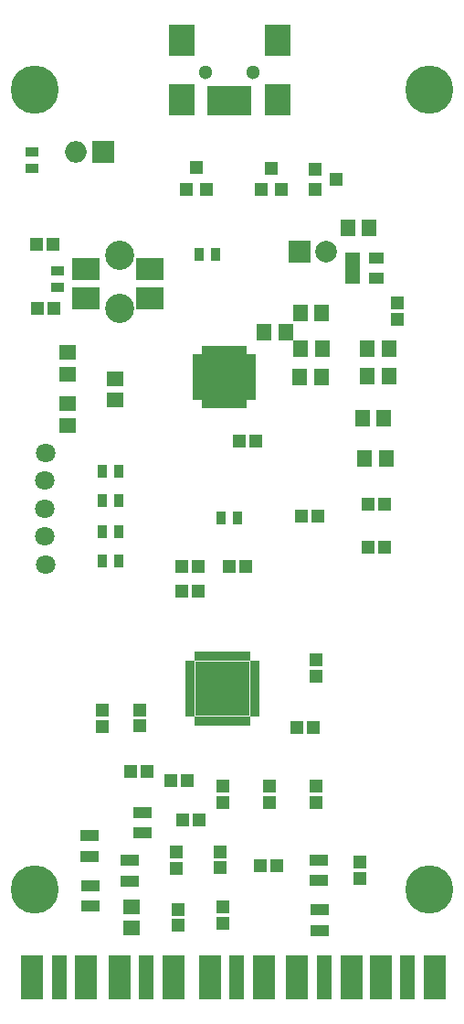
<source format=gbr>
G04 #@! TF.FileFunction,Soldermask,Top*
%FSLAX46Y46*%
G04 Gerber Fmt 4.6, Leading zero omitted, Abs format (unit mm)*
G04 Created by KiCad (PCBNEW 4.0.7) date 04/25/19 22:47:30*
%MOMM*%
%LPD*%
G01*
G04 APERTURE LIST*
%ADD10C,0.100000*%
%ADD11C,4.464000*%
%ADD12R,1.200000X1.150000*%
%ADD13R,1.400000X1.650000*%
%ADD14R,1.650000X1.400000*%
%ADD15R,1.150000X1.200000*%
%ADD16R,2.000000X2.000000*%
%ADD17C,2.000000*%
%ADD18R,1.350000X4.100000*%
%ADD19R,2.100000X4.100000*%
%ADD20R,0.900000X2.700000*%
%ADD21R,2.400000X2.900000*%
%ADD22C,1.300000*%
%ADD23R,1.700000X1.100000*%
%ADD24R,0.900000X1.300000*%
%ADD25R,0.650000X1.100000*%
%ADD26R,1.100000X0.650000*%
%ADD27R,2.125000X2.125000*%
%ADD28R,0.700000X0.900000*%
%ADD29R,0.900000X0.700000*%
%ADD30R,1.550000X1.550000*%
%ADD31C,2.700000*%
%ADD32C,1.800000*%
%ADD33O,2.000000X2.000000*%
%ADD34R,1.300000X0.900000*%
%ADD35R,1.460000X1.050000*%
%ADD36R,1.300000X1.200000*%
%ADD37R,2.500000X2.100000*%
%ADD38R,1.200000X1.300000*%
G04 APERTURE END LIST*
D10*
D11*
X154500000Y-124000000D03*
X118000000Y-124000000D03*
X154500000Y-50000000D03*
X118000000Y-50000000D03*
D12*
X138449000Y-82486000D03*
X136949000Y-82486000D03*
D13*
X148329000Y-80416000D03*
X150329000Y-80416000D03*
X142579000Y-70656000D03*
X144579000Y-70656000D03*
X148549000Y-84106000D03*
X150549000Y-84106000D03*
D14*
X120989000Y-81026000D03*
X120989000Y-79026000D03*
D13*
X144619000Y-73926000D03*
X142619000Y-73926000D03*
D14*
X120979000Y-74286000D03*
X120979000Y-76286000D03*
D13*
X142539000Y-76596000D03*
X144539000Y-76596000D03*
D12*
X119699000Y-70226000D03*
X118199000Y-70226000D03*
X119649000Y-64326000D03*
X118149000Y-64326000D03*
D15*
X127706120Y-107352400D03*
X127706120Y-108852400D03*
X135366760Y-114428840D03*
X135366760Y-115928840D03*
D12*
X142269000Y-109026000D03*
X143769000Y-109026000D03*
D15*
X139755880Y-114428840D03*
X139755880Y-115928840D03*
X144023080Y-114439000D03*
X144023080Y-115939000D03*
D12*
X132103560Y-113926620D03*
X130603560Y-113926620D03*
X128385000Y-113042700D03*
X126885000Y-113042700D03*
D13*
X148809000Y-76506000D03*
X150809000Y-76506000D03*
D15*
X144079000Y-102726000D03*
X144079000Y-104226000D03*
D12*
X148859000Y-92326000D03*
X150359000Y-92326000D03*
X144209000Y-89446000D03*
X142709000Y-89446000D03*
X133119000Y-94106000D03*
X131619000Y-94106000D03*
X135999000Y-94056000D03*
X137499000Y-94056000D03*
D15*
X124190760Y-107372720D03*
X124190760Y-108872720D03*
D12*
X148879000Y-88296000D03*
X150379000Y-88296000D03*
X133129720Y-96418400D03*
X131629720Y-96418400D03*
D14*
X126911100Y-127568200D03*
X126911100Y-125568200D03*
D15*
X131221480Y-125825820D03*
X131221480Y-127325820D03*
X135384540Y-125602300D03*
X135384540Y-127102300D03*
X148094700Y-122936700D03*
X148094700Y-121436700D03*
X131109720Y-120545160D03*
X131109720Y-122045160D03*
D12*
X140409360Y-121798080D03*
X138909360Y-121798080D03*
D15*
X135161020Y-120489280D03*
X135161020Y-121989280D03*
D12*
X131700840Y-117579140D03*
X133200840Y-117579140D03*
D16*
X142499000Y-64986000D03*
D17*
X144999000Y-64986000D03*
D13*
X150799000Y-73926000D03*
X148799000Y-73926000D03*
D14*
X125425200Y-78724000D03*
X125425200Y-76724000D03*
D13*
X148959000Y-62786000D03*
X146959000Y-62786000D03*
D18*
X128329000Y-132076000D03*
D19*
X130829000Y-132076000D03*
X125829000Y-132076000D03*
D18*
X144800320Y-132094600D03*
D19*
X147300320Y-132094600D03*
X142300320Y-132094600D03*
D18*
X120205500Y-132069200D03*
D19*
X122705500Y-132069200D03*
X117705500Y-132069200D03*
D18*
X136702800Y-132069200D03*
D19*
X139202800Y-132069200D03*
X134202800Y-132069200D03*
D18*
X152539700Y-132122540D03*
D19*
X155039700Y-132122540D03*
X150039700Y-132122540D03*
D20*
X137619000Y-50996000D03*
X136819000Y-50996000D03*
X136019000Y-50996000D03*
X135219000Y-50996000D03*
X134419000Y-50996000D03*
D21*
X140469000Y-50896000D03*
X140469000Y-45396000D03*
X131569000Y-50896000D03*
X131569000Y-45396000D03*
D22*
X138219000Y-48396000D03*
X133819000Y-48396000D03*
D23*
X144360900Y-125884900D03*
X144360900Y-127784900D03*
X144322800Y-121274800D03*
X144322800Y-123174800D03*
X123090940Y-123642080D03*
X123090940Y-125542080D03*
X126796800Y-121312900D03*
X126796800Y-123212900D03*
X123035060Y-119004040D03*
X123035060Y-120904040D03*
X127939800Y-116855200D03*
X127939800Y-118755200D03*
D24*
X133219000Y-65206000D03*
X134719000Y-65206000D03*
X135267000Y-89590880D03*
X136767000Y-89590880D03*
D25*
X133779000Y-78966000D03*
X134279000Y-78966000D03*
X134779000Y-78966000D03*
X135279000Y-78966000D03*
X135779000Y-78966000D03*
X136279000Y-78966000D03*
X136779000Y-78966000D03*
X137279000Y-78966000D03*
D26*
X137929000Y-78316000D03*
X137929000Y-77816000D03*
X137929000Y-77316000D03*
X137929000Y-76816000D03*
X137929000Y-76316000D03*
X137929000Y-75816000D03*
X137929000Y-75316000D03*
X137929000Y-74816000D03*
D25*
X137279000Y-74166000D03*
X136779000Y-74166000D03*
X136279000Y-74166000D03*
X135779000Y-74166000D03*
X135279000Y-74166000D03*
X134779000Y-74166000D03*
X134279000Y-74166000D03*
X133779000Y-74166000D03*
D26*
X133129000Y-74816000D03*
X133129000Y-75316000D03*
X133129000Y-75816000D03*
X133129000Y-76316000D03*
X133129000Y-76816000D03*
X133129000Y-77316000D03*
X133129000Y-77816000D03*
X133129000Y-78316000D03*
D27*
X136391500Y-75703500D03*
X134666500Y-75703500D03*
X136391500Y-77428500D03*
X134666500Y-77428500D03*
D28*
X133109000Y-108426000D03*
X133609000Y-108426000D03*
X134109000Y-108426000D03*
X134609000Y-108426000D03*
X135109000Y-108426000D03*
X135609000Y-108426000D03*
X136109000Y-108426000D03*
X136609000Y-108426000D03*
X137109000Y-108426000D03*
X137609000Y-108426000D03*
D29*
X138359000Y-107676000D03*
X138359000Y-107176000D03*
X138359000Y-106676000D03*
X138359000Y-106176000D03*
X138359000Y-105676000D03*
X138359000Y-105176000D03*
X138359000Y-104676000D03*
X138359000Y-104176000D03*
X138359000Y-103676000D03*
X138359000Y-103176000D03*
D28*
X137609000Y-102426000D03*
X137109000Y-102426000D03*
X136609000Y-102426000D03*
X136109000Y-102426000D03*
X135609000Y-102426000D03*
X135109000Y-102426000D03*
X134609000Y-102426000D03*
X134109000Y-102426000D03*
X133609000Y-102426000D03*
X133109000Y-102426000D03*
D29*
X132359000Y-103176000D03*
X132359000Y-103676000D03*
X132359000Y-104176000D03*
X132359000Y-104676000D03*
X132359000Y-105176000D03*
X132359000Y-105676000D03*
X132359000Y-106176000D03*
X132359000Y-106676000D03*
X132359000Y-107176000D03*
X132359000Y-107676000D03*
D30*
X137084000Y-103701000D03*
X135934000Y-103701000D03*
X134784000Y-103701000D03*
X133634000Y-103701000D03*
X137084000Y-104851000D03*
X135934000Y-104851000D03*
X134784000Y-104851000D03*
X133634000Y-104851000D03*
X137084000Y-106001000D03*
X135934000Y-106001000D03*
X134784000Y-106001000D03*
X133634000Y-106001000D03*
X137084000Y-107151000D03*
X135934000Y-107151000D03*
X134784000Y-107151000D03*
X133634000Y-107151000D03*
D31*
X125809000Y-70236000D03*
X125809000Y-65336000D03*
D32*
X118949000Y-83556000D03*
X118929000Y-86156000D03*
X118869000Y-88746000D03*
X118899000Y-91336000D03*
X118979000Y-93966000D03*
D13*
X139220000Y-72410000D03*
X141220000Y-72410000D03*
D16*
X124290000Y-55740000D03*
D33*
X121750000Y-55740000D03*
D34*
X117690000Y-57240000D03*
X117690000Y-55740000D03*
D15*
X151610000Y-71240000D03*
X151610000Y-69740000D03*
D34*
X120050000Y-66730000D03*
X120050000Y-68230000D03*
D35*
X147400000Y-65560000D03*
X147400000Y-66510000D03*
X147400000Y-67460000D03*
X149600000Y-67460000D03*
X149600000Y-65560000D03*
D36*
X143930000Y-57340000D03*
X143930000Y-59240000D03*
X145930000Y-58290000D03*
D37*
X122690000Y-69260000D03*
X128590000Y-69260000D03*
X128590000Y-66560000D03*
X122690000Y-66560000D03*
D38*
X132020000Y-59220000D03*
X133920000Y-59220000D03*
X132970000Y-57220000D03*
X138940000Y-59230000D03*
X140840000Y-59230000D03*
X139890000Y-57230000D03*
D24*
X124220000Y-85260000D03*
X125720000Y-85260000D03*
X124240000Y-87990000D03*
X125740000Y-87990000D03*
X124260000Y-90850000D03*
X125760000Y-90850000D03*
X124240000Y-93550000D03*
X125740000Y-93550000D03*
M02*

</source>
